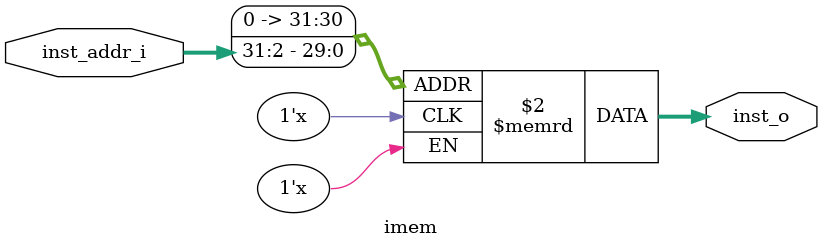
<source format=v>
module imem (
    input wire [31:0] inst_addr_i,  //来自PC的地址
    output reg [31:0] inst_o  // 输出指令
);
  reg [31:0] ROM[0:4095];
  always @(*) begin
    inst_o = ROM[inst_addr_i>>2];
  end
endmodule

</source>
